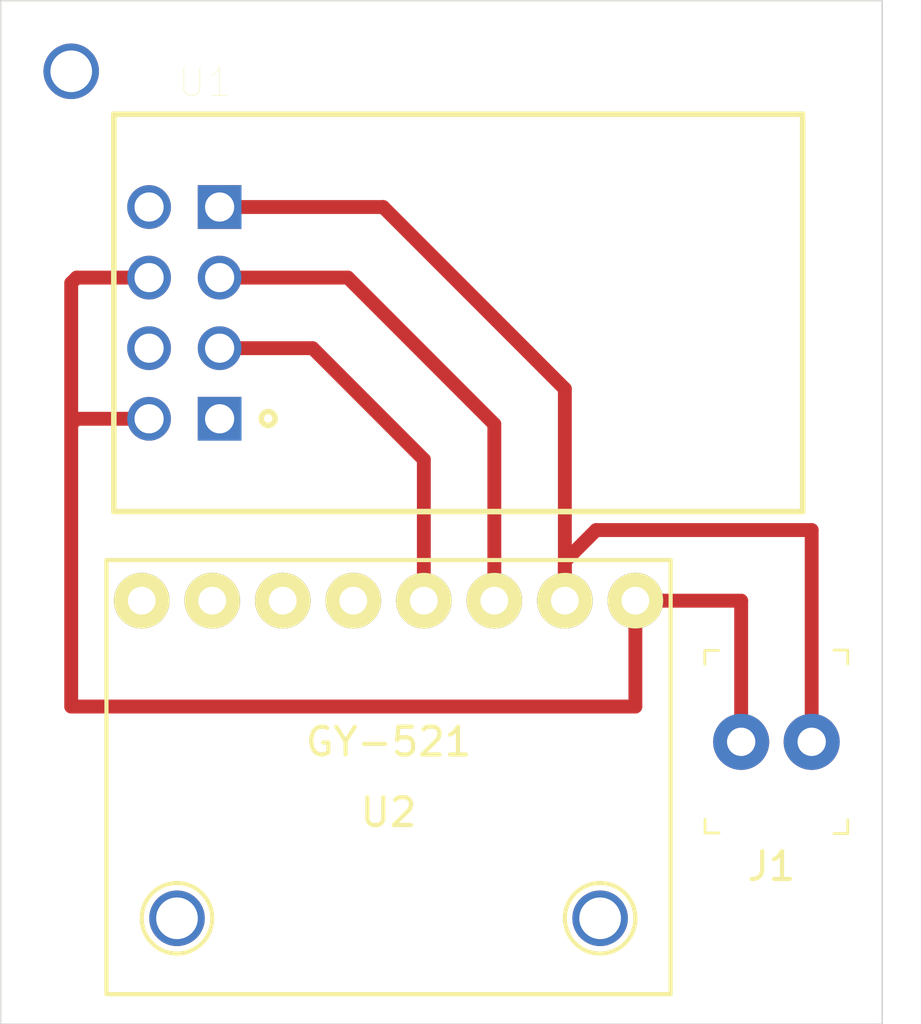
<source format=kicad_pcb>
(kicad_pcb (version 20171130) (host pcbnew 5.1.7+dfsg1-1~bpo10+1)

  (general
    (thickness 1.6)
    (drawings 4)
    (tracks 26)
    (zones 0)
    (modules 3)
    (nets 12)
  )

  (page A4)
  (layers
    (0 F.Cu signal)
    (31 B.Cu signal)
    (32 B.Adhes user)
    (33 F.Adhes user)
    (34 B.Paste user)
    (35 F.Paste user)
    (36 B.SilkS user)
    (37 F.SilkS user)
    (38 B.Mask user)
    (39 F.Mask user)
    (40 Dwgs.User user)
    (41 Cmts.User user)
    (42 Eco1.User user)
    (43 Eco2.User user)
    (44 Edge.Cuts user)
    (45 Margin user)
    (46 B.CrtYd user)
    (47 F.CrtYd user)
    (48 B.Fab user)
    (49 F.Fab user)
  )

  (setup
    (last_trace_width 0.5)
    (trace_clearance 0.3)
    (zone_clearance 0.508)
    (zone_45_only no)
    (trace_min 0.2)
    (via_size 0.8)
    (via_drill 0.4)
    (via_min_size 0.4)
    (via_min_drill 0.3)
    (uvia_size 0.3)
    (uvia_drill 0.1)
    (uvias_allowed no)
    (uvia_min_size 0.2)
    (uvia_min_drill 0.1)
    (edge_width 0.05)
    (segment_width 0.2)
    (pcb_text_width 0.3)
    (pcb_text_size 1.5 1.5)
    (mod_edge_width 0.12)
    (mod_text_size 1 1)
    (mod_text_width 0.15)
    (pad_size 1.524 1.524)
    (pad_drill 0.762)
    (pad_to_mask_clearance 0)
    (aux_axis_origin 0 0)
    (visible_elements FFFFFF7F)
    (pcbplotparams
      (layerselection 0x010fc_ffffffff)
      (usegerberextensions false)
      (usegerberattributes false)
      (usegerberadvancedattributes false)
      (creategerberjobfile false)
      (excludeedgelayer true)
      (linewidth 0.100000)
      (plotframeref false)
      (viasonmask false)
      (mode 1)
      (useauxorigin false)
      (hpglpennumber 1)
      (hpglpenspeed 20)
      (hpglpendiameter 15.000000)
      (psnegative false)
      (psa4output false)
      (plotreference true)
      (plotvalue true)
      (plotinvisibletext false)
      (padsonsilk false)
      (subtractmaskfromsilk false)
      (outputformat 1)
      (mirror false)
      (drillshape 0)
      (scaleselection 1)
      (outputdirectory "../../final_file/"))
  )

  (net 0 "")
  (net 1 +3V3)
  (net 2 "Net-(U1-Pad7)")
  (net 3 "Net-(U1-Pad5)")
  (net 4 GND)
  (net 5 "Net-(U1-Pad3)")
  (net 6 "Net-(U1-Pad2)")
  (net 7 "Net-(U1-Pad1)")
  (net 8 "Net-(U2-Pad8)")
  (net 9 "Net-(U2-Pad7)")
  (net 10 "Net-(U2-Pad6)")
  (net 11 "Net-(U2-Pad5)")

  (net_class Default "This is the default net class."
    (clearance 0.3)
    (trace_width 0.5)
    (via_dia 0.8)
    (via_drill 0.4)
    (uvia_dia 0.3)
    (uvia_drill 0.1)
    (add_net +3V3)
    (add_net GND)
    (add_net "Net-(U1-Pad1)")
    (add_net "Net-(U1-Pad2)")
    (add_net "Net-(U1-Pad3)")
    (add_net "Net-(U1-Pad5)")
    (add_net "Net-(U1-Pad7)")
    (add_net "Net-(U2-Pad5)")
    (add_net "Net-(U2-Pad6)")
    (add_net "Net-(U2-Pad7)")
    (add_net "Net-(U2-Pad8)")
  )

  (module GY-521:GY-521 (layer F.Cu) (tedit 5FA99BE6) (tstamp 5FA8DF2B)
    (at 113.03 125.73 180)
    (path /5FA8DDF0)
    (fp_text reference U2 (at 0 -1.27) (layer F.SilkS)
      (effects (font (size 1 1) (thickness 0.15)))
    )
    (fp_text value GY-521 (at 0 1.27) (layer F.SilkS)
      (effects (font (size 1 1) (thickness 0.15)))
    )
    (fp_line (start -10.16 7.8105) (end -10.16 -7.8105) (layer F.SilkS) (width 0.15))
    (fp_line (start 10.16 7.8105) (end -10.16 7.8105) (layer F.SilkS) (width 0.15))
    (fp_line (start 10.16 -7.8105) (end 10.16 7.8105) (layer F.SilkS) (width 0.15))
    (fp_line (start -10.16 -7.8105) (end 10.16 -7.8105) (layer F.SilkS) (width 0.15))
    (fp_circle (center 7.62 -5.08) (end 8.89 -5.08) (layer F.SilkS) (width 0.15))
    (fp_circle (center -7.62 -5.08) (end -6.35 -5.08) (layer F.SilkS) (width 0.15))
    (pad 8 thru_hole circle (at 8.89 6.35 180) (size 2 2) (drill 1) (layers *.Cu *.Mask F.SilkS)
      (net 8 "Net-(U2-Pad8)"))
    (pad 7 thru_hole circle (at 6.35 6.35 180) (size 2 2) (drill 1) (layers *.Cu *.Mask F.SilkS)
      (net 9 "Net-(U2-Pad7)"))
    (pad 6 thru_hole circle (at 3.81 6.35 180) (size 2 2) (drill 1) (layers *.Cu *.Mask F.SilkS)
      (net 10 "Net-(U2-Pad6)"))
    (pad 5 thru_hole circle (at 1.27 6.35 180) (size 2 2) (drill 1) (layers *.Cu *.Mask F.SilkS)
      (net 11 "Net-(U2-Pad5)"))
    (pad 4 thru_hole circle (at -1.27 6.35 180) (size 2 2) (drill 1) (layers *.Cu *.Mask F.SilkS)
      (net 6 "Net-(U1-Pad2)"))
    (pad 3 thru_hole circle (at -3.81 6.35 180) (size 2 2) (drill 1) (layers *.Cu *.Mask F.SilkS)
      (net 5 "Net-(U1-Pad3)"))
    (pad 2 thru_hole circle (at -6.35 6.35 180) (size 2 2) (drill 1) (layers *.Cu *.Mask F.SilkS)
      (net 4 GND))
    (pad 1 thru_hole circle (at -8.89 6.35 180) (size 2 2) (drill 1) (layers *.Cu *.Mask F.SilkS)
      (net 1 +3V3))
  )

  (module digikey-footprints:PinHeader_1x2_P2.54mm_Drill1.02mm (layer F.Cu) (tedit 5A4BC55F) (tstamp 5FAA1B80)
    (at 128.27 124.46 180)
    (descr http://www.molex.com/pdm_docs/sd/022232031_sd.pdf)
    (path /5FAD3CC1)
    (fp_text reference J1 (at 1.45 -4.48) (layer F.SilkS)
      (effects (font (size 1 1) (thickness 0.15)))
    )
    (fp_text value 22-23-2021 (at 1.23 4.72) (layer F.Fab)
      (effects (font (size 1 1) (thickness 0.15)))
    )
    (fp_line (start -1.2 -3.17) (end 3.73 -3.17) (layer F.Fab) (width 0.1))
    (fp_line (start -1.2 -3.17) (end -1.2 3.17) (layer F.Fab) (width 0.1))
    (fp_line (start 3.73 -3.17) (end 3.73 3.17) (layer F.Fab) (width 0.1))
    (fp_line (start -1.2 3.17) (end 3.73 3.17) (layer F.Fab) (width 0.1))
    (fp_line (start 3.85 3.29) (end 3.35 3.29) (layer F.SilkS) (width 0.1))
    (fp_line (start 3.85 3.29) (end 3.85 2.79) (layer F.SilkS) (width 0.1))
    (fp_line (start -1.3 3.3) (end -0.8 3.3) (layer F.SilkS) (width 0.1))
    (fp_line (start -1.3 3.3) (end -1.3 2.8) (layer F.SilkS) (width 0.1))
    (fp_line (start -1.3 -3.3) (end -0.8 -3.3) (layer F.SilkS) (width 0.1))
    (fp_line (start -1.3 -3.3) (end -1.3 -2.8) (layer F.SilkS) (width 0.1))
    (fp_line (start 3.84 -3.28) (end 3.34 -3.28) (layer F.SilkS) (width 0.1))
    (fp_line (start 3.84 -3.28) (end 3.84 -2.78) (layer F.SilkS) (width 0.1))
    (fp_line (start 3.98 -3.42) (end -1.45 -3.42) (layer F.CrtYd) (width 0.05))
    (fp_line (start 3.98 -3.42) (end 3.98 3.42) (layer F.CrtYd) (width 0.05))
    (fp_line (start -1.45 -3.42) (end -1.45 3.42) (layer F.CrtYd) (width 0.05))
    (fp_line (start 3.98 3.42) (end -1.45 3.42) (layer F.CrtYd) (width 0.05))
    (fp_text user %R (at 1.25 0.03) (layer F.Fab)
      (effects (font (size 1 1) (thickness 0.15)))
    )
    (pad 2 thru_hole circle (at 2.54 0 180) (size 2.02 2.02) (drill 1.02) (layers *.Cu *.Mask)
      (net 1 +3V3))
    (pad 1 thru_hole circle (at 0 0 180) (size 2.02 2.02) (drill 1.02) (layers *.Cu *.Mask)
      (net 4 GND))
  )

  (module XCVR_ESP8266-01:ESP-01 (layer F.Cu) (tedit 5F9FAE96) (tstamp 5FA8DE06)
    (at 106.945001 109.025001)
    (path /5FA8D1BE)
    (fp_text reference U1 (at -0.525235 -8.288835) (layer F.SilkS)
      (effects (font (size 1.000465 1.000465) (thickness 0.015)))
    )
    (fp_text value ESP8266-01_ESP-01 (at 10.03261 8.37556) (layer F.Fab)
      (effects (font (size 1.00126 1.00126) (thickness 0.015)))
    )
    (fp_line (start -3.81 -7.15) (end 21 -7.15) (layer F.SilkS) (width 0.2))
    (fp_line (start 21 -7.15) (end 21 7.15) (layer F.SilkS) (width 0.2))
    (fp_line (start 21 7.15) (end -3.81 7.15) (layer F.SilkS) (width 0.2))
    (fp_line (start -3.81 7.15) (end -3.81 -7.15) (layer F.SilkS) (width 0.2))
    (fp_line (start -4.05 -7.4) (end 21.25 -7.4) (layer F.CrtYd) (width 0.05))
    (fp_line (start 21.25 -7.4) (end 21.25 7.4) (layer F.CrtYd) (width 0.05))
    (fp_line (start 21.25 7.4) (end -4.05 7.4) (layer F.CrtYd) (width 0.05))
    (fp_line (start -4.05 7.4) (end -4.05 -7.4) (layer F.CrtYd) (width 0.05))
    (fp_circle (center 1.75 3.8) (end 2 3.8) (layer F.SilkS) (width 0.2))
    (pad 8 thru_hole circle (at -2.54 3.81) (size 1.575 1.575) (drill 1.05) (layers *.Cu *.Mask)
      (net 1 +3V3))
    (pad 7 thru_hole circle (at -2.54 1.27) (size 1.575 1.575) (drill 1.05) (layers *.Cu *.Mask)
      (net 2 "Net-(U1-Pad7)"))
    (pad 6 thru_hole circle (at -2.54 -1.27) (size 1.575 1.575) (drill 1.05) (layers *.Cu *.Mask)
      (net 1 +3V3))
    (pad 5 thru_hole circle (at -2.54 -3.81) (size 1.575 1.575) (drill 1.05) (layers *.Cu *.Mask)
      (net 3 "Net-(U1-Pad5)"))
    (pad 4 thru_hole rect (at 0 -3.81) (size 1.575 1.575) (drill 1.05) (layers *.Cu *.Mask)
      (net 4 GND))
    (pad 3 thru_hole circle (at 0 -1.27) (size 1.575 1.575) (drill 1.05) (layers *.Cu *.Mask)
      (net 5 "Net-(U1-Pad3)"))
    (pad 2 thru_hole circle (at 0 1.27) (size 1.575 1.575) (drill 1.05) (layers *.Cu *.Mask)
      (net 6 "Net-(U1-Pad2)"))
    (pad 1 thru_hole rect (at 0 3.81) (size 1.575 1.575) (drill 1.05) (layers *.Cu *.Mask)
      (net 7 "Net-(U1-Pad1)"))
  )

  (gr_line (start 99.06 134.62) (end 99.06 97.79) (layer Edge.Cuts) (width 0.05) (tstamp 5FAB3D05))
  (gr_line (start 130.81 134.62) (end 99.06 134.62) (layer Edge.Cuts) (width 0.05))
  (gr_line (start 130.81 97.79) (end 130.81 134.62) (layer Edge.Cuts) (width 0.05))
  (gr_line (start 99.06 97.79) (end 130.81 97.79) (layer Edge.Cuts) (width 0.05))

  (via (at 120.65 130.81) (size 2) (drill 1.5) (layers F.Cu B.Cu) (net 0) (tstamp 5FAA1A6E))
  (via (at 101.6 100.33) (size 2) (drill 1.5) (layers F.Cu B.Cu) (net 0))
  (via (at 105.41 130.81) (size 2) (drill 1.5) (layers F.Cu B.Cu) (net 0))
  (segment (start 121.92 123.19) (end 121.92 119.38) (width 0.5) (layer F.Cu) (net 1))
  (segment (start 101.6 123.19) (end 121.92 123.19) (width 0.5) (layer F.Cu) (net 1))
  (segment (start 104.405001 107.755001) (end 101.794999 107.755001) (width 0.5) (layer F.Cu) (net 1))
  (segment (start 101.794999 107.755001) (end 101.6 107.95) (width 0.5) (layer F.Cu) (net 1))
  (segment (start 101.794999 112.835001) (end 101.6 113.03) (width 0.5) (layer F.Cu) (net 1))
  (segment (start 104.405001 112.835001) (end 101.794999 112.835001) (width 0.5) (layer F.Cu) (net 1))
  (segment (start 101.6 107.95) (end 101.6 113.03) (width 0.5) (layer F.Cu) (net 1))
  (segment (start 101.6 113.03) (end 101.6 123.19) (width 0.5) (layer F.Cu) (net 1))
  (segment (start 125.73 119.38) (end 121.92 119.38) (width 0.5) (layer F.Cu) (net 1))
  (segment (start 125.73 124.46) (end 125.73 119.38) (width 0.5) (layer F.Cu) (net 1))
  (segment (start 106.945001 105.215001) (end 112.835001 105.215001) (width 0.5) (layer F.Cu) (net 4))
  (segment (start 119.38 111.76) (end 119.38 119.38) (width 0.5) (layer F.Cu) (net 4))
  (segment (start 112.835001 105.215001) (end 119.38 111.76) (width 0.5) (layer F.Cu) (net 4))
  (segment (start 119.38 117.965787) (end 119.38 119.38) (width 0.5) (layer F.Cu) (net 4))
  (segment (start 120.505787 116.84) (end 119.38 117.965787) (width 0.5) (layer F.Cu) (net 4))
  (segment (start 128.27 124.46) (end 128.27 116.84) (width 0.5) (layer F.Cu) (net 4))
  (segment (start 128.27 116.84) (end 120.505787 116.84) (width 0.5) (layer F.Cu) (net 4))
  (segment (start 106.945001 107.755001) (end 111.565001 107.755001) (width 0.5) (layer F.Cu) (net 5))
  (segment (start 116.84 113.03) (end 116.84 119.38) (width 0.5) (layer F.Cu) (net 5))
  (segment (start 111.565001 107.755001) (end 116.84 113.03) (width 0.5) (layer F.Cu) (net 5))
  (segment (start 106.945001 110.295001) (end 110.295001 110.295001) (width 0.5) (layer F.Cu) (net 6))
  (segment (start 114.3 114.3) (end 114.3 119.38) (width 0.5) (layer F.Cu) (net 6))
  (segment (start 110.295001 110.295001) (end 114.3 114.3) (width 0.5) (layer F.Cu) (net 6))

)

</source>
